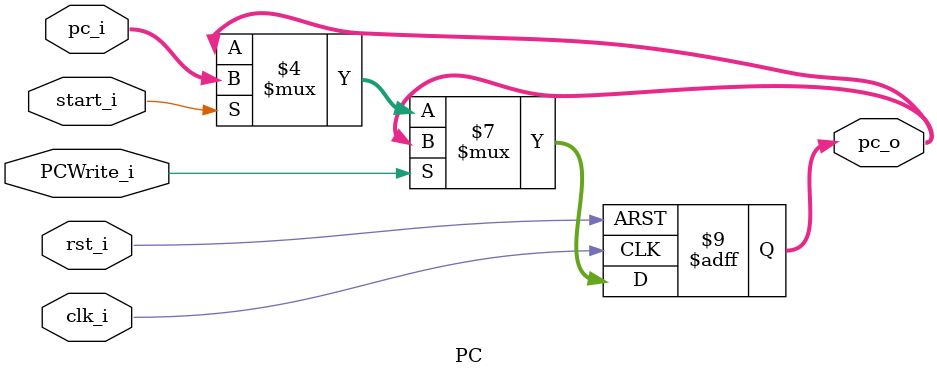
<source format=v>
module PC
(
    clk_i,
    rst_i,
    start_i,
    pc_i,
    PCWrite_i,
    pc_o
);

// Ports
input               clk_i;
input               rst_i;
input               start_i;
input   PCWrite_i;
input   [31:0]      pc_i;
output  [31:0]      pc_o;

// Wires & Registers
reg     [31:0]      pc_o;


always@(posedge clk_i or negedge rst_i) begin
    if(~rst_i) begin
        pc_o <= 32'b0;
    end
    else begin
        if (PCWrite_i)
            pc_o <= pc_o;
        else if (start_i)
            pc_o <= pc_i;
        else
            pc_o <= pc_o;
    end
end

endmodule

</source>
